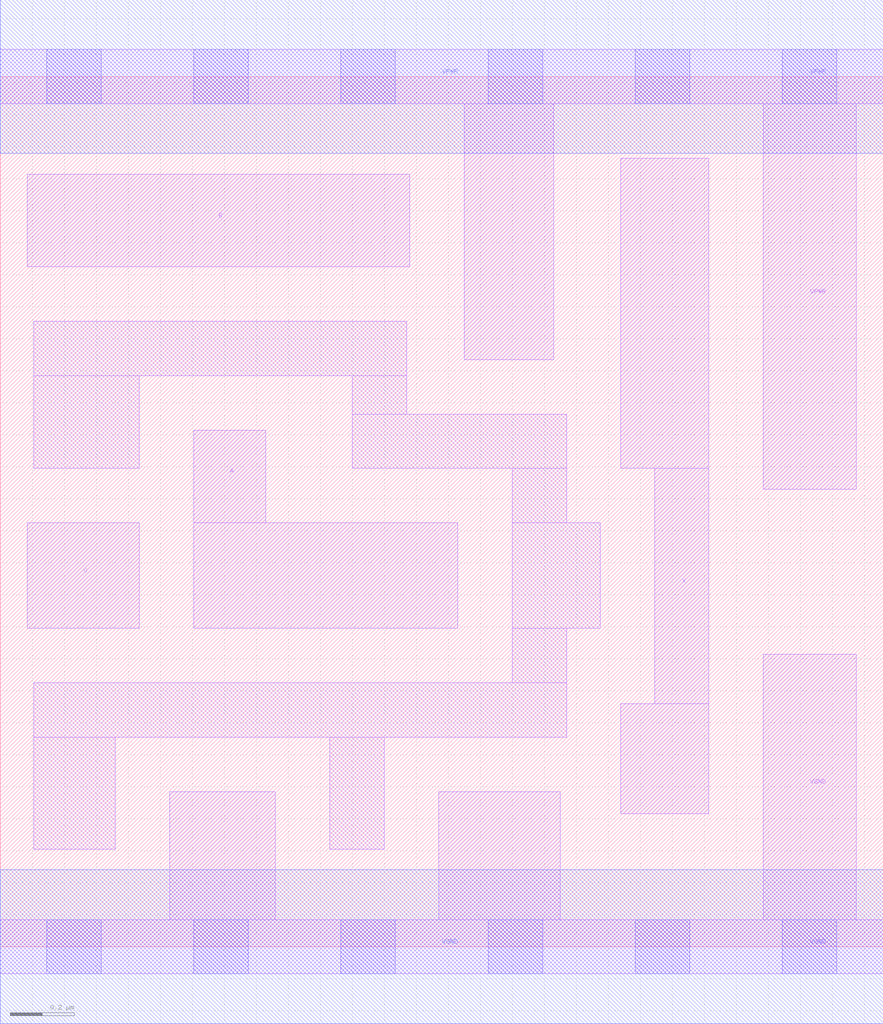
<source format=lef>
# Copyright 2020 The SkyWater PDK Authors
#
# Licensed under the Apache License, Version 2.0 (the "License");
# you may not use this file except in compliance with the License.
# You may obtain a copy of the License at
#
#     https://www.apache.org/licenses/LICENSE-2.0
#
# Unless required by applicable law or agreed to in writing, software
# distributed under the License is distributed on an "AS IS" BASIS,
# WITHOUT WARRANTIES OR CONDITIONS OF ANY KIND, either express or implied.
# See the License for the specific language governing permissions and
# limitations under the License.
#
# SPDX-License-Identifier: Apache-2.0

VERSION 5.7 ;
  NAMESCASESENSITIVE ON ;
  NOWIREEXTENSIONATPIN ON ;
  DIVIDERCHAR "/" ;
  BUSBITCHARS "[]" ;
UNITS
  DATABASE MICRONS 200 ;
END UNITS
MACRO sky130_fd_sc_hd__or3_2
  CLASS CORE ;
  SOURCE USER ;
  FOREIGN sky130_fd_sc_hd__or3_2 ;
  ORIGIN  0.000000  0.000000 ;
  SIZE  2.760000 BY  2.720000 ;
  SYMMETRY X Y R90 ;
  SITE unithd ;
  PIN A
    ANTENNAGATEAREA  0.126000 ;
    DIRECTION INPUT ;
    USE SIGNAL ;
    PORT
      LAYER li1 ;
        RECT 0.605000 0.995000 1.430000 1.325000 ;
        RECT 0.605000 1.325000 0.830000 1.615000 ;
    END
  END A
  PIN B
    ANTENNAGATEAREA  0.126000 ;
    DIRECTION INPUT ;
    USE SIGNAL ;
    PORT
      LAYER li1 ;
        RECT 0.085000 2.125000 1.280000 2.415000 ;
    END
  END B
  PIN C
    ANTENNAGATEAREA  0.126000 ;
    DIRECTION INPUT ;
    USE SIGNAL ;
    PORT
      LAYER li1 ;
        RECT 0.085000 0.995000 0.435000 1.325000 ;
    END
  END C
  PIN X
    ANTENNADIFFAREA  0.445500 ;
    DIRECTION OUTPUT ;
    USE SIGNAL ;
    PORT
      LAYER li1 ;
        RECT 1.940000 0.415000 2.215000 0.760000 ;
        RECT 1.940000 1.495000 2.215000 2.465000 ;
        RECT 2.045000 0.760000 2.215000 1.495000 ;
    END
  END X
  PIN VGND
    DIRECTION INOUT ;
    SHAPE ABUTMENT ;
    USE GROUND ;
    PORT
      LAYER li1 ;
        RECT 0.000000 -0.085000 2.760000 0.085000 ;
        RECT 0.530000  0.085000 0.860000 0.485000 ;
        RECT 1.370000  0.085000 1.750000 0.485000 ;
        RECT 2.385000  0.085000 2.675000 0.915000 ;
      LAYER mcon ;
        RECT 0.145000 -0.085000 0.315000 0.085000 ;
        RECT 0.605000 -0.085000 0.775000 0.085000 ;
        RECT 1.065000 -0.085000 1.235000 0.085000 ;
        RECT 1.525000 -0.085000 1.695000 0.085000 ;
        RECT 1.985000 -0.085000 2.155000 0.085000 ;
        RECT 2.445000 -0.085000 2.615000 0.085000 ;
      LAYER met1 ;
        RECT 0.000000 -0.240000 2.760000 0.240000 ;
    END
  END VGND
  PIN VPWR
    DIRECTION INOUT ;
    SHAPE ABUTMENT ;
    USE POWER ;
    PORT
      LAYER li1 ;
        RECT 0.000000 2.635000 2.760000 2.805000 ;
        RECT 1.450000 1.835000 1.730000 2.635000 ;
        RECT 2.385000 1.430000 2.675000 2.635000 ;
      LAYER mcon ;
        RECT 0.145000 2.635000 0.315000 2.805000 ;
        RECT 0.605000 2.635000 0.775000 2.805000 ;
        RECT 1.065000 2.635000 1.235000 2.805000 ;
        RECT 1.525000 2.635000 1.695000 2.805000 ;
        RECT 1.985000 2.635000 2.155000 2.805000 ;
        RECT 2.445000 2.635000 2.615000 2.805000 ;
      LAYER met1 ;
        RECT 0.000000 2.480000 2.760000 2.960000 ;
    END
  END VPWR
  OBS
    LAYER li1 ;
      RECT 0.105000 0.305000 0.360000 0.655000 ;
      RECT 0.105000 0.655000 1.770000 0.825000 ;
      RECT 0.105000 1.495000 0.435000 1.785000 ;
      RECT 0.105000 1.785000 1.270000 1.955000 ;
      RECT 1.030000 0.305000 1.200000 0.655000 ;
      RECT 1.100000 1.495000 1.770000 1.665000 ;
      RECT 1.100000 1.665000 1.270000 1.785000 ;
      RECT 1.600000 0.825000 1.770000 0.995000 ;
      RECT 1.600000 0.995000 1.875000 1.325000 ;
      RECT 1.600000 1.325000 1.770000 1.495000 ;
  END
END sky130_fd_sc_hd__or3_2

</source>
